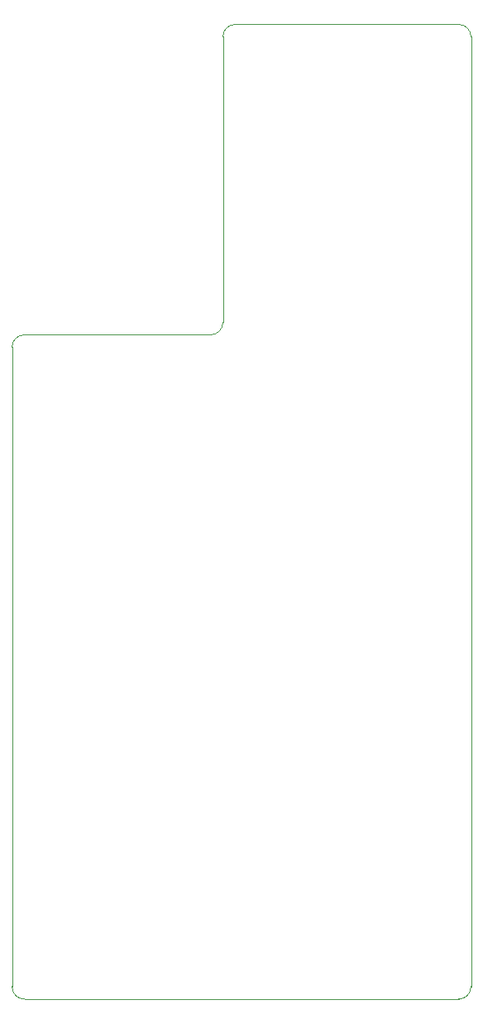
<source format=gm1>
%TF.GenerationSoftware,KiCad,Pcbnew,(5.1.6-0-10_14)*%
%TF.CreationDate,2021-01-24T08:08:00+01:00*%
%TF.ProjectId,27c160,32376331-3630-42e6-9b69-6361645f7063,rev?*%
%TF.SameCoordinates,Original*%
%TF.FileFunction,Profile,NP*%
%FSLAX46Y46*%
G04 Gerber Fmt 4.6, Leading zero omitted, Abs format (unit mm)*
G04 Created by KiCad (PCBNEW (5.1.6-0-10_14)) date 2021-01-24 08:08:00*
%MOMM*%
%LPD*%
G01*
G04 APERTURE LIST*
%TA.AperFunction,Profile*%
%ADD10C,0.100000*%
%TD*%
G04 APERTURE END LIST*
D10*
X161290000Y-31115000D02*
X161290000Y-128270000D01*
X135890000Y-60325000D02*
X135890000Y-31115000D01*
X137160000Y-29845000D02*
G75*
G03*
X135890000Y-31115000I0J-1270000D01*
G01*
X161290000Y-31115000D02*
G75*
G03*
X160020000Y-29845000I-1270000J0D01*
G01*
X137160000Y-29845000D02*
X160020000Y-29845000D01*
X114300000Y-128270000D02*
X114300000Y-62865000D01*
X115570000Y-61595000D02*
X134620000Y-61595000D01*
X115570000Y-129540000D02*
X160020000Y-129540000D01*
X115570000Y-61595000D02*
G75*
G03*
X114300000Y-62865000I0J-1270000D01*
G01*
X134620000Y-61595000D02*
G75*
G03*
X135890000Y-60325000I0J1270000D01*
G01*
X160020000Y-129540000D02*
G75*
G03*
X161290000Y-128270000I0J1270000D01*
G01*
X114300000Y-128270000D02*
G75*
G03*
X115570000Y-129540000I1270000J0D01*
G01*
M02*

</source>
